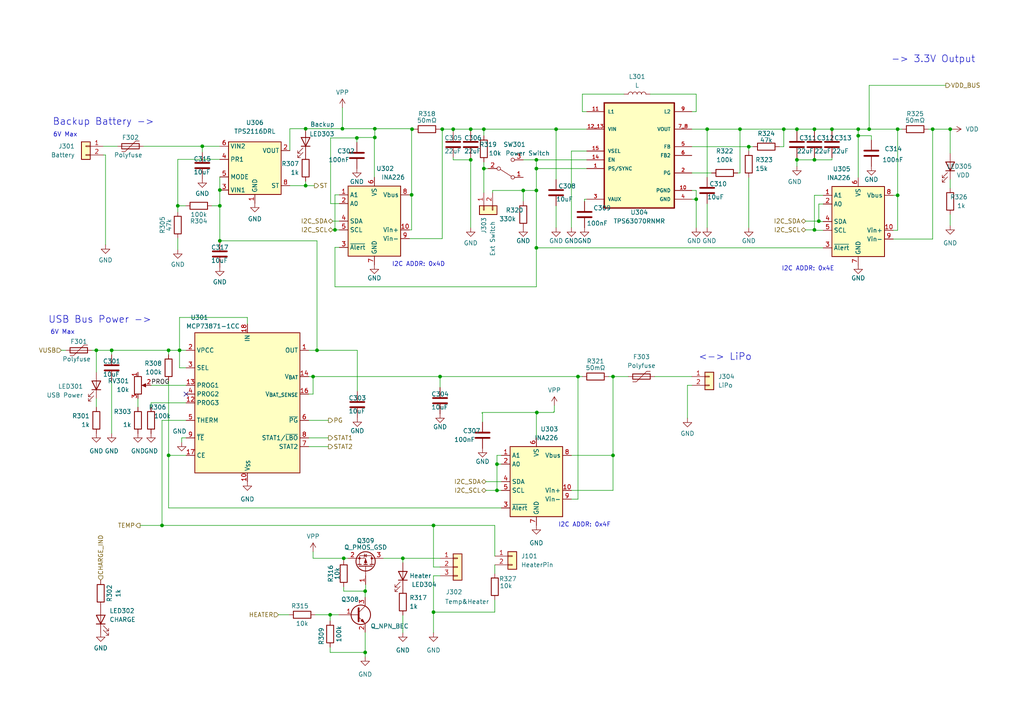
<source format=kicad_sch>
(kicad_sch (version 20231120) (generator "eeschema") (generator_version "8.0")
  (paper "A4")
  (lib_symbols
    (symbol "Battery_Management:MCP73871-1CC"
      (property "Reference" "U" (at -7.62 24.13 0))
      (property "Value" "MCP73871-1CC" (at -15.24 21.59 0))
      (symbol "MCP73871-1CC_1_1"
        (pin power_out line (at 17.78 15.24 180) (length 2.54) (name "OUT") (number "1"))
        (pin power_in line (at 0 -22.86 90) (length 2.54) (name "V_{SS}") (number "10"))
        (pin passive line (at 0 -22.86 90) (length 2.54) hide (name "V_{SS}") (number "11"))
        (pin bidirectional line (at -17.78 0 0) (length 2.54) (name "PROG3") (number "12"))
        (pin bidirectional line (at -17.78 5.08 0) (length 2.54) (name "PROG1") (number "13"))
        (pin power_out line (at 17.78 7.62 180) (length 2.54) (name "V_{BAT}") (number "14"))
        (pin passive line (at 17.78 7.62 180) (length 2.54) hide (name "V_{BAT}") (number "15"))
        (pin input line (at 17.78 2.54 180) (length 2.54) (name "V_{BAT_SENSE}") (number "16"))
        (pin input line (at -17.78 -15.24 0) (length 2.54) (name "CE") (number "17"))
        (pin power_in line (at 0 22.86 270) (length 2.54) (name "IN") (number "18"))
        (pin passive line (at 0 22.86 270) (length 2.54) hide (name "IN") (number "19"))
        (pin input line (at -17.78 15.24 0) (length 2.54) (name "VPCC") (number "2"))
        (pin passive line (at 17.78 15.24 180) (length 2.54) hide (name "OUT") (number "20"))
        (pin passive line (at 0 -22.86 90) (length 2.54) hide (name "V_{SS}") (number "21"))
        (pin input line (at -17.78 10.16 0) (length 2.54) (name "SEL") (number "3"))
        (pin input line (at -17.78 2.54 0) (length 2.54) (name "PROG2") (number "4"))
        (pin bidirectional line (at -17.78 -5.08 0) (length 2.54) (name "THERM") (number "5"))
        (pin open_collector line (at 17.78 -5.08 180) (length 2.54) (name "~{PG}") (number "6"))
        (pin open_collector line (at 17.78 -12.7 180) (length 2.54) (name "STAT2") (number "7"))
        (pin open_collector line (at 17.78 -10.16 180) (length 2.54) (name "STAT1/~{LBO}") (number "8"))
        (pin input line (at -17.78 -10.16 0) (length 2.54) (name "~{TE}") (number "9"))
      )
    )
    (symbol "Connector_Generic:Conn_01x02" (pin_names (offset 1.016) hide)
      (property "Reference" "J" (at 0 2.54 0))
      (property "Value" "Conn_01x02" (at 0 -5.08 0))
      (symbol "Conn_01x02_1_1"
        (pin passive line (at -5.08 0 0) (length 3.81) (name "Pin_1") (number "1"))
        (pin passive line (at -5.08 -2.54 0) (length 3.81) (name "Pin_2") (number "2"))
      )
    )
    (symbol "Connector_Generic:Conn_01x03" (pin_names (offset 1.016) hide)
      (property "Reference" "J" (at 0 5.08 0))
      (property "Value" "Conn_01x03" (at 0 -5.08 0))
      (symbol "Conn_01x03_1_1"
        (pin passive line (at -5.08 2.54 0) (length 3.81) (name "Pin_1") (number "1"))
        (pin passive line (at -5.08 0 0) (length 3.81) (name "Pin_2") (number "2"))
        (pin passive line (at -5.08 -2.54 0) (length 3.81) (name "Pin_3") (number "3"))
      )
    )
    (symbol "Device:C" (pin_numbers hide) (pin_names (offset 0.254))
      (property "Reference" "C" (at 0.635 2.54 0))
      (property "Value" "C" (at 0.635 -2.54 0))
      (symbol "C_1_1"
        (pin passive line (at 0 3.81 270) (length 2.794) (name "~") (number "1"))
        (pin passive line (at 0 -3.81 90) (length 2.794) (name "~") (number "2"))
      )
    )
    (symbol "Device:L" (pin_numbers hide) (pin_names (offset 1.016) hide)
      (property "Reference" "L" (at -1.27 0 90))
      (property "Value" "L" (at 1.905 0 90))
      (symbol "L_1_1"
        (pin passive line (at 0 3.81 270) (length 1.27) (name "1") (number "1"))
        (pin passive line (at 0 -3.81 90) (length 1.27) (name "2") (number "2"))
      )
    )
    (symbol "Device:LED" (pin_numbers hide) (pin_names (offset 1.016) hide)
      (property "Reference" "D" (at 0 2.54 0))
      (property "Value" "LED" (at 0 -2.54 0))
      (symbol "LED_1_1"
        (pin passive line (at -3.81 0 0) (length 2.54) (name "K") (number "1"))
        (pin passive line (at 3.81 0 180) (length 2.54) (name "A") (number "2"))
      )
    )
    (symbol "Device:Polyfuse" (pin_numbers hide) (pin_names (offset 0))
      (property "Reference" "F" (at -2.54 0 90))
      (property "Value" "Polyfuse" (at 2.54 0 90))
      (symbol "Polyfuse_1_1"
        (pin passive line (at 0 3.81 270) (length 1.27) (name "~") (number "1"))
        (pin passive line (at 0 -3.81 90) (length 1.27) (name "~") (number "2"))
      )
    )
    (symbol "Device:Q_NPN_BEC" (pin_names (offset 0) hide)
      (property "Reference" "Q" (at 5.08 1.27 0))
      (property "Value" "Q_NPN_BEC" (at 5.08 -1.27 0))
      (symbol "Q_NPN_BEC_1_1"
        (pin input line (at -5.08 0 0) (length 5.715) (name "B") (number "1"))
        (pin passive line (at 2.54 -5.08 90) (length 2.54) (name "E") (number "2"))
        (pin passive line (at 2.54 5.08 270) (length 2.54) (name "C") (number "3"))
      )
    )
    (symbol "Device:Q_PMOS_GSD" (pin_names (offset 0) hide)
      (property "Reference" "Q" (at 5.08 1.27 0))
      (property "Value" "Q_PMOS_GSD" (at 5.08 -1.27 0))
      (symbol "Q_PMOS_GSD_1_1"
        (pin input line (at -5.08 0 0) (length 2.54) (name "G") (number "1"))
        (pin passive line (at 2.54 -5.08 90) (length 2.54) (name "S") (number "2"))
        (pin passive line (at 2.54 5.08 270) (length 2.54) (name "D") (number "3"))
      )
    )
    (symbol "Device:R" (pin_numbers hide) (pin_names (offset 0))
      (property "Reference" "R" (at 2.032 0 90))
      (property "Value" "R" (at 0 0 90))
      (symbol "R_1_1"
        (pin passive line (at 0 3.81 270) (length 1.27) (name "~") (number "1"))
        (pin passive line (at 0 -3.81 90) (length 1.27) (name "~") (number "2"))
      )
    )
    (symbol "Device:R_Potentiometer" (pin_names (offset 1.016) hide)
      (property "Reference" "RV" (at -4.445 0 90))
      (property "Value" "R_Potentiometer" (at -2.54 0 90))
      (symbol "R_Potentiometer_1_1"
        (pin passive line (at 0 3.81 270) (length 1.27) (name "1") (number "1"))
        (pin passive line (at 3.81 0 180) (length 1.27) (name "2") (number "2"))
        (pin passive line (at 0 -3.81 90) (length 1.27) (name "3") (number "3"))
      )
    )
    (symbol "GND_1" (power) (pin_numbers hide) (pin_names (offset 0) hide)
      (property "Value" "GND" (at 0 -3.81 0))
      (symbol "GND_1_1_1"
        (pin power_in line (at 0 0 270) (length 0) (name "~") (number "1"))
      )
    )
    (symbol "GND_2" (power) (pin_numbers hide) (pin_names (offset 0) hide)
      (property "Value" "GND" (at 0 -3.81 0))
      (symbol "GND_2_1_1"
        (pin power_in line (at 0 0 270) (length 0) (name "~") (number "1"))
      )
    )
    (symbol "Power_Management:TPS2116DRL"
      (property "Reference" "U306" (at 0 13.208 0))
      (property "Value" "TPS2116DRL" (at 0 10.668 0))
      (symbol "TPS2116DRL_1_0"
        (pin power_out line (at 10.16 5.08 180) (length 2.54) hide (name "VOUT") (number "7"))
      )
      (symbol "TPS2116DRL_1_1"
        (pin power_in line (at 0 -10.16 90) (length 2.54) (name "GND") (number "1"))
        (pin power_out line (at 10.16 5.08 180) (length 2.54) (name "VOUT") (number "2"))
        (pin power_in line (at -10.16 -6.35 0) (length 2.54) (name "VIN1") (number "3"))
        (pin input line (at -10.16 2.54 0) (length 2.54) (name "PR1") (number "4"))
        (pin input line (at -10.16 -2.54 0) (length 2.54) (name "MODE") (number "5"))
        (pin power_in line (at -10.16 6.35 0) (length 2.54) (name "VIN2") (number "6"))
        (pin open_collector line (at 10.16 -5.08 180) (length 2.54) (name "ST") (number "8"))
      )
    )
    (symbol "Sensor_Energy:INA226"
      (property "Reference" "U" (at -6.35 11.43 0))
      (property "Value" "INA226" (at 3.81 11.43 0))
      (symbol "INA226_1_1"
        (pin input line (at 10.16 7.62 180) (length 2.54) (name "A1") (number "1"))
        (pin input line (at -10.16 -2.54 0) (length 2.54) (name "Vin+") (number "10"))
        (pin input line (at 10.16 5.08 180) (length 2.54) (name "A0") (number "2"))
        (pin open_collector line (at 10.16 -7.62 180) (length 2.54) (name "~{Alert}") (number "3"))
        (pin bidirectional line (at 10.16 0 180) (length 2.54) (name "SDA") (number "4"))
        (pin input line (at 10.16 -2.54 180) (length 2.54) (name "SCL") (number "5"))
        (pin power_in line (at 0 12.7 270) (length 2.54) (name "VS") (number "6"))
        (pin power_in line (at 0 -12.7 90) (length 2.54) (name "GND") (number "7"))
        (pin input line (at -10.16 7.62 0) (length 2.54) (name "Vbus") (number "8"))
        (pin input line (at -10.16 -5.08 0) (length 2.54) (name "Vin-") (number "9"))
      )
    )
    (symbol "Switch:SW_SPDT" (pin_names (offset 0) hide)
      (property "Reference" "SW" (at 0 4.318 0))
      (property "Value" "SW_SPDT" (at 0 -5.08 0))
      (symbol "SW_SPDT_1_1"
        (pin passive line (at 5.08 2.54 180) (length 2.54) (name "A") (number "1"))
        (pin passive line (at -5.08 0 0) (length 2.54) (name "B") (number "2"))
        (pin passive line (at 5.08 -2.54 180) (length 2.54) (name "C") (number "3"))
      )
    )
    (symbol "WOBCLibrary:TPS63070RNMR" (pin_names (offset 1.016))
      (property "Reference" "U" (at -12.7 29.21 0))
      (property "Value" "TPS63070RNMR" (at -12.7 -19.24 0))
      (symbol "TPS63070RNMR_0_0"
        (pin input line (at -15.24 -3.81 0) (length 5.08) (name "PS/SYNC") (number "1"))
        (pin power_in line (at 15.24 -10.16 180) (length 5.08) (name "PGND") (number "10"))
        (pin bidirectional line (at -15.24 12.7 0) (length 5.08) (name "L1") (number "11"))
        (pin input line (at -15.24 7.62 0) (length 5.08) (name "VIN") (number "12_13"))
        (pin input line (at -15.24 -1.27 0) (length 5.08) (name "EN") (number "14"))
        (pin input line (at -15.24 1.27 0) (length 5.08) (name "VSEL") (number "15"))
        (pin output line (at 15.24 -5.08 180) (length 5.08) (name "PG") (number "2"))
        (pin output line (at -15.24 -12.7 0) (length 5.08) (name "VAUX") (number "3"))
        (pin power_in line (at 15.24 -12.7 180) (length 5.08) (name "GND") (number "4"))
        (pin input line (at 15.24 2.54 180) (length 5.08) (name "FB") (number "5"))
        (pin output line (at 15.24 0 180) (length 5.08) (name "FB2") (number "6"))
        (pin output line (at 15.24 7.62 180) (length 5.08) (name "VOUT") (number "7_8"))
        (pin bidirectional line (at 15.24 12.7 180) (length 5.08) (name "L2") (number "9"))
      )
    )
    (symbol "power:GND" (power) (pin_names (offset 0))
      (property "Value" "GND" (at 0 -3.81 0))
      (symbol "GND_1_1"
        (pin power_in line (at 0 0 270) (length 0) hide (name "GND") (number "1"))
      )
    )
    (symbol "power:VDD" (power) (pin_names (offset 0))
      (property "Value" "VDD" (at 0 3.81 0))
      (symbol "VDD_1_1"
        (pin power_in line (at 0 0 90) (length 0) hide (name "VDD") (number "1"))
      )
    )
    (symbol "power:VPP" (power) (pin_names (offset 0))
      (property "Value" "VPP" (at 0 3.81 0))
      (symbol "VPP_1_1"
        (pin power_in line (at 0 0 90) (length 0) hide (name "VPP") (number "1"))
      )
    )
  )
  (junction (at 108.712 37.338))
  (junction (at 260.35 56.642))
  (junction (at 214.63 37.465))
  (junction (at 63.754 69.85))
  (junction (at 105.918 189.23))
  (junction (at 119.507 37.465))
  (junction (at 248.92 37.465))
  (junction (at 231.14 46.355))
  (junction (at 125.73 177.546))
  (junction (at 125.73 152.4))
  (junction (at 155.575 48.895))
  (junction (at 237.49 64.135))
  (junction (at 227.33 37.465))
  (junction (at 88.646 37.338))
  (junction (at 201.93 57.785))
  (junction (at 217.17 42.545))
  (junction (at 131.445 37.465))
  (junction (at 119.38 56.515))
  (junction (at 236.22 46.355))
  (junction (at 128.27 37.465))
  (junction (at 32.385 101.6))
  (junction (at 236.22 66.675))
  (junction (at 27.94 101.6))
  (junction (at 88.646 53.848))
  (junction (at 161.29 37.465))
  (junction (at 252.095 37.465))
  (junction (at 151.765 55.245))
  (junction (at 144.145 142.24))
  (junction (at 108.712 39.878))
  (junction (at 90.805 109.22))
  (junction (at 99.695 161.925))
  (junction (at 231.14 37.465))
  (junction (at 167.64 109.22))
  (junction (at 51.562 59.69))
  (junction (at 91.948 101.6))
  (junction (at 236.22 37.465))
  (junction (at 127.635 109.22))
  (junction (at 155.575 71.882))
  (junction (at 260.35 37.465))
  (junction (at 97.155 66.675))
  (junction (at 155.702 119.634))
  (junction (at 140.335 37.465))
  (junction (at 95.758 178.308))
  (junction (at 140.335 48.895))
  (junction (at 144.145 134.62))
  (junction (at 270.51 37.465))
  (junction (at 103.505 40.005))
  (junction (at 105.918 171.45))
  (junction (at 116.84 161.925))
  (junction (at 52.07 101.6))
  (junction (at 48.895 132.08))
  (junction (at 177.8 132.08))
  (junction (at 46.99 152.4))
  (junction (at 275.59 37.465))
  (junction (at 63.754 55.118))
  (junction (at 241.3 37.465))
  (junction (at 136.525 37.465))
  (junction (at 205.105 37.465))
  (junction (at 155.575 46.355))
  (junction (at 136.525 46.355))
  (junction (at 63.754 59.69))
  (junction (at 155.575 55.245))
  (junction (at 99.314 37.338))
  (junction (at 48.895 101.6))
  (junction (at 248.92 39.37))
  (junction (at 58.674 42.418))
  (junction (at 177.8 109.22))
  (no_connect (at 53.975 114.3))
  (wire (pts (xy 142.875 55.245) (xy 151.765 55.245)))
  (wire (pts (xy 199.39 111.76) (xy 200.66 111.76)))
  (wire (pts (xy 217.17 42.545) (xy 218.44 42.545)))
  (wire (pts (xy 98.425 71.755) (xy 97.155 71.755)))
  (wire (pts (xy 51.562 59.69) (xy 51.562 61.468)))
  (wire (pts (xy 259.08 56.642) (xy 260.35 56.642)))
  (wire (pts (xy 89.535 127) (xy 95.25 127)))
  (wire (pts (xy 88.646 53.848) (xy 84.074 53.848)))
  (wire (pts (xy 270.51 37.465) (xy 275.59 37.465)))
  (wire (pts (xy 199.39 121.285) (xy 199.39 111.76)))
  (wire (pts (xy 161.29 37.465) (xy 170.18 37.465)))
  (wire (pts (xy 95.758 178.308) (xy 98.298 178.308)))
  (wire (pts (xy 236.22 45.72) (xy 236.22 46.355)))
  (wire (pts (xy 236.22 37.465) (xy 241.3 37.465)))
  (wire (pts (xy 144.145 134.62) (xy 144.145 132.08)))
  (wire (pts (xy 189.865 109.22) (xy 200.66 109.22)))
  (wire (pts (xy 217.17 43.815) (xy 217.17 42.545)))
  (wire (pts (xy 206.375 50.165) (xy 200.66 50.165)))
  (wire (pts (xy 168.91 32.385) (xy 170.18 32.385)))
  (wire (pts (xy 140.335 37.465) (xy 161.29 37.465)))
  (wire (pts (xy 105.918 171.45) (xy 106.045 171.45)))
  (wire (pts (xy 248.92 39.37) (xy 248.92 51.562)))
  (wire (pts (xy 201.93 27.305) (xy 201.93 32.385)))
  (wire (pts (xy 105.918 190.5) (xy 105.918 189.23)))
  (wire (pts (xy 95.885 59.055) (xy 95.885 40.005)))
  (wire (pts (xy 43.815 118.11) (xy 43.815 116.84)))
  (wire (pts (xy 155.575 48.895) (xy 155.575 55.245)))
  (wire (pts (xy 84.074 37.338) (xy 88.646 37.338)))
  (wire (pts (xy 160.655 119.38) (xy 160.655 119.634)))
  (wire (pts (xy 17.78 101.6) (xy 19.05 101.6)))
  (wire (pts (xy 48.895 132.08) (xy 48.895 147.32)))
  (wire (pts (xy 155.702 119.634) (xy 155.702 120.142)))
  (wire (pts (xy 29.972 44.958) (xy 30.607 44.958)))
  (wire (pts (xy 176.53 109.22) (xy 177.8 109.22)))
  (wire (pts (xy 252.73 39.37) (xy 248.92 39.37)))
  (wire (pts (xy 98.425 56.515) (xy 97.155 56.515)))
  (wire (pts (xy 136.525 45.72) (xy 136.525 46.355)))
  (wire (pts (xy 201.93 57.785) (xy 200.66 57.785)))
  (wire (pts (xy 236.22 46.355) (xy 231.14 46.355)))
  (wire (pts (xy 58.674 42.418) (xy 63.754 42.418)))
  (wire (pts (xy 143.51 152.4) (xy 143.51 161.29)))
  (wire (pts (xy 48.895 101.6) (xy 48.895 102.87)))
  (wire (pts (xy 108.712 37.338) (xy 119.507 37.338)))
  (wire (pts (xy 139.827 119.888) (xy 139.827 119.634)))
  (wire (pts (xy 131.445 45.72) (xy 131.445 46.355)))
  (wire (pts (xy 105.918 189.23) (xy 105.918 183.388)))
  (wire (pts (xy 248.92 76.962) (xy 248.92 76.835)))
  (wire (pts (xy 252.095 37.465) (xy 260.35 37.465)))
  (wire (pts (xy 41.656 42.418) (xy 58.674 42.418)))
  (wire (pts (xy 260.35 37.465) (xy 261.62 37.465)))
  (wire (pts (xy 95.758 180.086) (xy 95.758 178.308)))
  (wire (pts (xy 236.22 66.802) (xy 238.76 66.802)))
  (wire (pts (xy 142.875 55.88) (xy 142.875 55.245)))
  (wire (pts (xy 143.51 163.83) (xy 143.51 166.37)))
  (wire (pts (xy 160.782 119.38) (xy 160.782 117.602)))
  (wire (pts (xy 99.314 31.242) (xy 99.314 37.338)))
  (wire (pts (xy 260.35 37.465) (xy 260.35 56.642)))
  (wire (pts (xy 155.575 71.882) (xy 238.76 71.882)))
  (wire (pts (xy 90.805 114.3) (xy 90.805 109.22)))
  (wire (pts (xy 88.646 53.848) (xy 88.646 52.578)))
  (wire (pts (xy 177.8 132.08) (xy 177.8 109.22)))
  (wire (pts (xy 53.975 121.92) (xy 46.99 121.92)))
  (wire (pts (xy 63.754 46.228) (xy 51.562 46.228)))
  (wire (pts (xy 32.385 110.49) (xy 32.385 125.73)))
  (wire (pts (xy 98.425 59.055) (xy 95.885 59.055)))
  (wire (pts (xy 63.754 69.85) (xy 63.754 59.69)))
  (wire (pts (xy 241.3 46.355) (xy 236.22 46.355)))
  (wire (pts (xy 99.314 37.338) (xy 108.712 37.338)))
  (wire (pts (xy 139.827 119.888) (xy 139.954 119.888)))
  (wire (pts (xy 217.17 51.435) (xy 217.17 66.04)))
  (wire (pts (xy 275.59 65.405) (xy 275.59 62.23)))
  (wire (pts (xy 140.97 139.7) (xy 145.415 139.7)))
  (wire (pts (xy 131.445 37.465) (xy 131.445 38.1)))
  (wire (pts (xy 97.155 71.755) (xy 97.155 83.185)))
  (wire (pts (xy 108.712 37.338) (xy 108.712 39.878)))
  (wire (pts (xy 80.772 178.308) (xy 83.82 178.308)))
  (wire (pts (xy 136.525 37.465) (xy 140.335 37.465)))
  (wire (pts (xy 63.754 51.308) (xy 63.754 55.118)))
  (wire (pts (xy 200.66 37.465) (xy 205.105 37.465)))
  (wire (pts (xy 106.045 171.45) (xy 106.045 169.545)))
  (wire (pts (xy 90.805 109.22) (xy 127.635 109.22)))
  (wire (pts (xy 165.735 144.78) (xy 167.64 144.78)))
  (wire (pts (xy 97.155 56.515) (xy 97.155 66.675)))
  (wire (pts (xy 140.335 37.465) (xy 140.335 39.37)))
  (wire (pts (xy 127.635 109.22) (xy 127.635 112.395)))
  (wire (pts (xy 205.105 66.04) (xy 205.105 59.055)))
  (wire (pts (xy 252.73 40.64) (xy 252.73 39.37)))
  (wire (pts (xy 236.22 56.642) (xy 236.22 66.675)))
  (wire (pts (xy 233.68 66.675) (xy 236.22 66.675)))
  (wire (pts (xy 227.33 37.465) (xy 231.14 37.465)))
  (wire (pts (xy 51.562 46.228) (xy 51.562 59.69)))
  (wire (pts (xy 136.525 46.355) (xy 136.525 66.04)))
  (wire (pts (xy 127.635 37.465) (xy 128.27 37.465)))
  (wire (pts (xy 27.94 118.11) (xy 27.94 115.57)))
  (wire (pts (xy 51.562 69.088) (xy 51.562 72.39)))
  (wire (pts (xy 236.22 66.802) (xy 236.22 66.675)))
  (wire (pts (xy 169.545 58.42) (xy 169.545 57.785)))
  (wire (pts (xy 58.674 42.418) (xy 58.674 44.196)))
  (wire (pts (xy 91.44 178.308) (xy 95.758 178.308)))
  (wire (pts (xy 108.712 40.259) (xy 108.585 40.259)))
  (wire (pts (xy 167.64 109.22) (xy 168.91 109.22)))
  (wire (pts (xy 116.84 161.925) (xy 127.635 161.925)))
  (wire (pts (xy 108.585 40.259) (xy 108.585 51.435)))
  (wire (pts (xy 103.505 41.275) (xy 103.505 40.005)))
  (wire (pts (xy 144.145 134.62) (xy 144.145 142.24)))
  (wire (pts (xy 131.445 37.465) (xy 136.525 37.465)))
  (wire (pts (xy 140.97 142.24) (xy 144.145 142.24)))
  (wire (pts (xy 88.646 37.338) (xy 99.314 37.338)))
  (wire (pts (xy 26.67 101.6) (xy 27.94 101.6)))
  (wire (pts (xy 241.3 37.465) (xy 241.3 38.1)))
  (wire (pts (xy 248.92 37.465) (xy 248.92 39.37)))
  (wire (pts (xy 168.91 27.305) (xy 168.91 32.385)))
  (wire (pts (xy 145.415 134.62) (xy 144.145 134.62)))
  (wire (pts (xy 140.335 48.895) (xy 140.335 55.88)))
  (wire (pts (xy 275.59 37.465) (xy 276.225 37.465)))
  (wire (pts (xy 91.948 101.6) (xy 103.632 101.6)))
  (wire (pts (xy 155.575 46.355) (xy 170.18 46.355)))
  (wire (pts (xy 99.695 170.18) (xy 99.695 171.45)))
  (wire (pts (xy 201.93 32.385) (xy 200.66 32.385)))
  (wire (pts (xy 96.52 64.135) (xy 98.425 64.135)))
  (wire (pts (xy 241.3 45.72) (xy 241.3 46.355)))
  (wire (pts (xy 248.92 37.465) (xy 252.095 37.465)))
  (wire (pts (xy 167.64 109.22) (xy 167.64 144.78)))
  (wire (pts (xy 136.525 37.465) (xy 136.525 38.1)))
  (wire (pts (xy 71.755 92.075) (xy 71.755 93.98)))
  (wire (pts (xy 51.562 59.69) (xy 53.848 59.69)))
  (wire (pts (xy 274.32 24.765) (xy 252.095 24.765)))
  (wire (pts (xy 46.99 152.4) (xy 125.73 152.4)))
  (wire (pts (xy 52.07 101.6) (xy 53.975 101.6)))
  (wire (pts (xy 32.385 101.6) (xy 32.385 102.87)))
  (wire (pts (xy 214.63 37.465) (xy 227.33 37.465)))
  (wire (pts (xy 84.074 43.688) (xy 84.074 37.338)))
  (wire (pts (xy 170.18 43.815) (xy 165.735 43.815)))
  (wire (pts (xy 116.84 183.515) (xy 116.84 178.435)))
  (wire (pts (xy 52.07 106.68) (xy 52.07 101.6)))
  (wire (pts (xy 259.08 66.802) (xy 260.35 66.802)))
  (wire (pts (xy 165.735 132.08) (xy 177.8 132.08)))
  (wire (pts (xy 52.705 128.27) (xy 52.705 127)))
  (wire (pts (xy 95.25 129.54) (xy 89.535 129.54)))
  (wire (pts (xy 231.14 46.355) (xy 231.14 45.72)))
  (wire (pts (xy 237.49 59.182) (xy 237.49 64.135)))
  (wire (pts (xy 155.575 120.142) (xy 155.575 127)))
  (wire (pts (xy 108.712 39.878) (xy 108.712 40.259)))
  (wire (pts (xy 127.635 164.465) (xy 125.73 164.465)))
  (wire (pts (xy 177.8 109.22) (xy 182.245 109.22)))
  (wire (pts (xy 103.505 39.878) (xy 103.505 40.005)))
  (wire (pts (xy 260.35 66.802) (xy 260.35 56.642)))
  (wire (pts (xy 91.186 53.848) (xy 88.646 53.848)))
  (wire (pts (xy 95.885 40.005) (xy 103.505 40.005)))
  (wire (pts (xy 95.758 189.23) (xy 105.918 189.23)))
  (wire (pts (xy 118.745 56.515) (xy 119.38 56.515)))
  (wire (pts (xy 140.335 46.99) (xy 140.335 48.895)))
  (wire (pts (xy 213.995 50.165) (xy 214.63 50.165)))
  (wire (pts (xy 201.93 57.785) (xy 201.93 66.04)))
  (wire (pts (xy 90.805 160.02) (xy 90.805 161.925)))
  (wire (pts (xy 200.66 42.545) (xy 217.17 42.545)))
  (wire (pts (xy 119.38 37.465) (xy 119.38 56.515)))
  (wire (pts (xy 125.73 167.005) (xy 127.635 167.005)))
  (wire (pts (xy 226.06 42.545) (xy 227.33 42.545)))
  (wire (pts (xy 139.827 119.634) (xy 155.702 119.634)))
  (wire (pts (xy 151.765 46.355) (xy 155.575 46.355)))
  (wire (pts (xy 160.655 119.38) (xy 160.782 119.38)))
  (wire (pts (xy 125.73 177.546) (xy 143.51 177.546)))
  (wire (pts (xy 128.27 37.465) (xy 131.445 37.465)))
  (wire (pts (xy 237.49 64.262) (xy 238.76 64.262)))
  (wire (pts (xy 238.76 59.182) (xy 237.49 59.182)))
  (wire (pts (xy 105.918 171.45) (xy 105.918 173.228)))
  (wire (pts (xy 89.535 114.3) (xy 90.805 114.3)))
  (wire (pts (xy 170.18 48.895) (xy 155.575 48.895)))
  (wire (pts (xy 91.948 69.85) (xy 91.948 101.6)))
  (wire (pts (xy 53.975 106.68) (xy 52.07 106.68)))
  (wire (pts (xy 205.105 37.465) (xy 214.63 37.465)))
  (wire (pts (xy 63.754 59.69) (xy 63.754 55.118)))
  (wire (pts (xy 30.607 44.958) (xy 30.607 70.993)))
  (wire (pts (xy 144.145 142.24) (xy 145.415 142.24)))
  (wire (pts (xy 95.758 187.706) (xy 95.758 189.23)))
  (wire (pts (xy 237.49 64.262) (xy 237.49 64.135)))
  (wire (pts (xy 99.695 161.925) (xy 100.965 161.925)))
  (wire (pts (xy 205.105 37.465) (xy 205.105 51.435)))
  (wire (pts (xy 201.93 55.245) (xy 201.93 57.785)))
  (wire (pts (xy 161.29 52.07) (xy 161.29 37.465)))
  (wire (pts (xy 155.575 55.245) (xy 155.575 71.882)))
  (wire (pts (xy 99.695 171.45) (xy 105.918 171.45)))
  (wire (pts (xy 97.155 83.185) (xy 155.575 83.185)))
  (wire (pts (xy 90.805 161.925) (xy 99.695 161.925)))
  (wire (pts (xy 155.575 46.355) (xy 155.575 48.895)))
  (wire (pts (xy 103.632 101.6) (xy 103.632 113.538)))
  (wire (pts (xy 227.33 42.545) (xy 227.33 37.465)))
  (wire (pts (xy 214.63 50.165) (xy 214.63 37.465)))
  (wire (pts (xy 46.99 121.92) (xy 46.99 152.4)))
  (wire (pts (xy 61.468 59.69) (xy 63.754 59.69)))
  (wire (pts (xy 118.745 69.215) (xy 128.27 69.215)))
  (wire (pts (xy 161.29 59.69) (xy 161.29 66.04)))
  (wire (pts (xy 269.24 37.465) (xy 270.51 37.465)))
  (wire (pts (xy 155.575 83.185) (xy 155.575 71.882)))
  (wire (pts (xy 236.22 56.642) (xy 238.76 56.642)))
  (wire (pts (xy 144.145 132.08) (xy 145.415 132.08)))
  (wire (pts (xy 125.73 164.465) (xy 125.73 152.4)))
  (wire (pts (xy 165.735 43.815) (xy 165.735 66.04)))
  (wire (pts (xy 118.745 66.675) (xy 119.38 66.675)))
  (wire (pts (xy 270.51 69.342) (xy 270.51 37.465)))
  (wire (pts (xy 165.735 142.24) (xy 177.8 142.24)))
  (wire (pts (xy 43.815 111.76) (xy 53.975 111.76)))
  (wire (pts (xy 52.07 92.075) (xy 52.07 101.6)))
  (wire (pts (xy 259.08 69.342) (xy 270.51 69.342)))
  (wire (pts (xy 43.815 116.84) (xy 53.975 116.84)))
  (wire (pts (xy 169.545 57.785) (xy 170.18 57.785)))
  (wire (pts (xy 151.765 55.245) (xy 151.765 58.42)))
  (wire (pts (xy 200.66 55.245) (xy 201.93 55.245)))
  (wire (pts (xy 131.445 46.355) (xy 136.525 46.355)))
  (wire (pts (xy 143.51 177.546) (xy 143.51 173.99)))
  (wire (pts (xy 89.535 121.92) (xy 95.25 121.92)))
  (wire (pts (xy 127.635 109.22) (xy 167.64 109.22)))
  (wire (pts (xy 119.507 37.338) (xy 119.507 37.465)))
  (wire (pts (xy 241.3 37.465) (xy 248.92 37.465)))
  (wire (pts (xy 103.505 39.878) (xy 108.712 39.878)))
  (wire (pts (xy 29.972 42.418) (xy 34.036 42.418)))
  (wire (pts (xy 32.385 101.6) (xy 48.895 101.6)))
  (wire (pts (xy 111.125 161.925) (xy 116.84 161.925)))
  (wire (pts (xy 48.895 110.49) (xy 48.895 132.08)))
  (wire (pts (xy 233.68 64.135) (xy 237.49 64.135)))
  (wire (pts (xy 40.64 152.4) (xy 46.99 152.4)))
  (wire (pts (xy 160.655 119.634) (xy 155.702 119.634)))
  (wire (pts (xy 99.695 161.925) (xy 99.695 162.56)))
  (wire (pts (xy 71.755 92.075) (xy 52.07 92.075)))
  (wire (pts (xy 89.535 101.6) (xy 91.948 101.6)))
  (wire (pts (xy 151.765 55.245) (xy 155.575 55.245)))
  (wire (pts (xy 96.52 66.675) (xy 97.155 66.675)))
  (wire (pts (xy 116.84 163.195) (xy 116.84 161.925)))
  (wire (pts (xy 125.73 152.4) (xy 143.51 152.4)))
  (wire (pts (xy 231.14 37.465) (xy 231.14 38.1)))
  (wire (pts (xy 48.895 147.32) (xy 145.415 147.32)))
  (wire (pts (xy 27.94 101.6) (xy 32.385 101.6)))
  (wire (pts (xy 97.155 66.675) (xy 98.425 66.675)))
  (wire (pts (xy 139.954 119.888) (xy 139.954 122.428)))
  (wire (pts (xy 40.005 118.11) (xy 40.005 115.57)))
  (wire (pts (xy 275.59 54.61) (xy 275.59 52.07)))
  (wire (pts (xy 275.59 37.465) (xy 275.59 44.45)))
  (wire (pts (xy 180.975 27.305) (xy 168.91 27.305)))
  (wire (pts (xy 119.38 37.465) (xy 119.507 37.465)))
  (wire (pts (xy 125.73 177.546) (xy 125.73 167.005)))
  (wire (pts (xy 119.507 37.465) (xy 120.015 37.465)))
  (wire (pts (xy 252.095 24.765) (xy 252.095 37.465)))
  (wire (pts (xy 89.535 109.22) (xy 90.805 109.22)))
  (wire (pts (xy 125.73 183.515) (xy 125.73 177.546)))
  (wire (pts (xy 63.754 69.85) (xy 91.948 69.85)))
  (wire (pts (xy 128.27 69.215) (xy 128.27 37.465)))
  (wire (pts (xy 231.14 46.355) (xy 231.14 48.26)))
  (wire (pts (xy 27.94 101.6) (xy 27.94 107.95)))
  (wire (pts (xy 140.335 48.895) (xy 141.605 48.895)))
  (wire (pts (xy 236.22 37.465) (xy 236.22 38.1)))
  (wire (pts (xy 119.38 56.515) (xy 119.38 66.675)))
  (wire (pts (xy 155.702 120.142) (xy 155.575 120.142)))
  (wire (pts (xy 188.595 27.305) (xy 201.93 27.305)))
  (wire (pts (xy 53.975 132.08) (xy 48.895 132.08)))
  (wire (pts (xy 231.14 37.465) (xy 236.22 37.465)))
  (wire (pts (xy 177.8 142.24) (xy 177.8 132.08)))
  (wire (pts (xy 52.705 127) (xy 53.975 127)))
  (wire (pts (xy 48.895 101.6) (xy 52.07 101.6)))
  (text "6V Max" (at 14.605 97.155 0) (effects (font (size 1.27 1.27)) (justify left bottom)))
  (text "USB Bus Power ->" (at 13.97 93.98 0) (effects (font (size 2 2)) (justify left bottom)))
  (text "<-> LiPo" (at 202.565 104.775 0) (effects (font (size 2 2)) (justify left bottom)))
  (text "I2C ADDR: 0x4D" (at 113.665 77.47 0) (effects (font (size 1.27 1.27)) (justify left bottom)))
  (text "I2C ADDR: 0x4F" (at 161.925 153.035 0) (effects (font (size 1.27 1.27)) (justify left bottom)))
  (text "-> 3.3V Output" (at 258.445 18.415 0) (effects (font (size 2 2)) (justify left bottom)))
  (text "6V Max" (at 15.367 39.878 0) (effects (font (size 1.27 1.27)) (justify left bottom)))
  (text "I2C ADDR: 0x4E" (at 226.695 78.74 0) (effects (font (size 1.27 1.27)) (justify left bottom)))
  (text "Backup Battery ->" (at 15.24 36.576 0) (effects (font (size 2 2)) (justify left bottom)))
  (label "PROG" (at 43.815 111.76 0))
  (hierarchical_label "STAT1" (shape output) (at 95.25 127 0))
  (hierarchical_label "I2C_SCL" (shape bidirectional) (at 233.68 66.675 180))
  (hierarchical_label "STAT2" (shape output) (at 95.25 129.54 0))
  (hierarchical_label "HEATER" (shape input) (at 80.772 178.308 180))
  (hierarchical_label "TEMP" (shape output) (at 40.64 152.4 180))
  (hierarchical_label "I2C_SCL" (shape bidirectional) (at 140.97 142.24 180))
  (hierarchical_label "PG" (shape output) (at 95.25 121.92 0))
  (hierarchical_label "VDD_BUS" (shape output) (at 274.32 24.765 0))
  (hierarchical_label "ST" (shape output) (at 91.186 53.848 0))
  (hierarchical_label "CHARGE_IND" (shape input) (at 29.21 168.275 90))
  (hierarchical_label "I2C_SDA" (shape bidirectional) (at 140.97 139.7 180))
  (hierarchical_label "VUSB" (shape input) (at 17.78 101.6 180))
  (hierarchical_label "I2C_SDA" (shape bidirectional) (at 96.52 64.135 180))
  (hierarchical_label "I2C_SDA" (shape bidirectional) (at 233.68 64.135 180))
  (hierarchical_label "I2C_SCL" (shape bidirectional) (at 96.52 66.675 180))
  (symbol (lib_id "Device:C") (at 58.674 48.006 0) (unit 1)
    (property "Reference" "C315" (at 56.134 46.101 0) (effects (justify left)))
    (property "Value" "10uF" (at 56.134 49.911 0) (effects (justify left)))
    (property "Footprint" "Capacitor_SMD:C_0603_1608Metric" (effects (hide yes)))
    (property "LCSC" "C96446" (effects (hide yes)))
  )
  (symbol (lib_id "power:GND") (at 71.755 139.7 0) (unit 1)
    (property "Reference" "#PWR0314" (effects (hide yes)))
    (property "Value" "GND" (at 71.755 144.78 0))
  )
  (symbol (lib_id "power:GND") (at 252.73 48.26 0) (unit 1)
    (property "Reference" "#PWR0337" (effects (hide yes)))
    (property "Value" "GND" (at 252.73 52.07 0))
  )
  (symbol (lib_id "power:GND") (at 103.632 121.158 0) (unit 1)
    (property "Reference" "#PWR0321" (effects (hide yes)))
    (property "Value" "GND" (at 103.632 124.968 0))
  )
  (symbol (lib_id "Device:C") (at 32.385 106.68 0) (unit 1)
    (property "Reference" "C301" (at 29.845 104.775 0) (effects (justify left)))
    (property "Value" "10uF" (at 29.845 108.585 0) (effects (justify left)))
    (property "Footprint" "Capacitor_SMD:C_0603_1608Metric" (effects (hide yes)))
    (property "LCSC" "C96446" (effects (hide yes)))
  )
  (symbol (lib_id "Device:C") (at 236.22 41.91 0) (unit 1)
    (property "Reference" "C312" (at 236.855 40.005 0) (effects (justify left)))
    (property "Value" "22uF" (at 236.22 43.815 0) (effects (justify left)))
    (property "Footprint" "Capacitor_SMD:C_0805_2012Metric" (effects (hide yes)))
    (property "LCSC" "C45783" (effects (hide yes)))
  )
  (symbol (lib_id "Device:LED") (at 275.59 48.26 270) (mirror x) (unit 1)
    (property "Reference" "LED305" (at 281.94 48.26 90) (effects (justify right)))
    (property "Value" "VDD" (at 281.305 50.8 90) (effects (justify right)))
    (property "Footprint" "LED_SMD:LED_0805_2012Metric" (effects (hide yes)))
    (property "LCSC" "C2297" (effects (hide yes)))
  )
  (symbol (lib_id "Device:C") (at 136.525 41.91 0) (unit 1)
    (property "Reference" "C306" (at 134.62 40.005 0) (effects (justify left)))
    (property "Value" "22uF" (at 134.62 43.815 0) (effects (justify left)))
    (property "Footprint" "Capacitor_SMD:C_0805_2012Metric" (effects (hide yes)))
    (property "LCSC" "C45783" (effects (hide yes)))
  )
  (symbol (lib_id "Sensor_Energy:INA226") (at 108.585 64.135 0) (mirror y) (unit 1)
    (property "Reference" "U302" (at 114.3 48.895 0) (effects (justify left)))
    (property "Value" "INA226" (at 117.475 51.435 0) (effects (justify left)))
    (property "Footprint" "Package_SO:VSSOP-10_3x3mm_P0.5mm" (effects (hide yes)))
    (property "Datasheet" "http://www.ti.com/lit/ds/symlink/ina226.pdf" (effects (hide yes)))
    (property "LCSC" "C49851" (effects (hide yes)))
  )
  (symbol (lib_name "GND_1") (lib_id "power:GND") (at 63.754 77.47 0) (unit 1)
    (property "Reference" "#PWR0311" (effects (hide yes)))
    (property "Value" "GND" (at 63.754 81.788 0))
    (property "Description" "Power symbol creates a global label with name \"GND\" , ground" (effects (hide yes)))
  )
  (symbol (lib_id "Device:R") (at 27.94 121.92 0) (mirror y) (unit 1)
    (property "Reference" "R301" (at 26.035 120.65 0) (effects (justify left)))
    (property "Value" "1k" (at 26.035 123.19 0) (effects (justify left)))
    (property "Footprint" "Resistor_SMD:R_0402_1005Metric" (effects (hide yes)))
    (property "LCSC" "C11702" (effects (hide yes)))
  )
  (symbol (lib_id "power:GND") (at 30.607 70.993 0) (unit 1)
    (property "Reference" "#PWR0302" (effects (hide yes)))
    (property "Value" "GND" (at 30.607 75.438 0))
  )
  (symbol (lib_id "Device:C") (at 231.14 41.91 0) (unit 1)
    (property "Reference" "C311" (at 231.775 40.005 0) (effects (justify left)))
    (property "Value" "22uF" (at 231.14 43.815 0) (effects (justify left)))
    (property "Footprint" "Capacitor_SMD:C_0805_2012Metric" (effects (hide yes)))
    (property "LCSC" "C45783" (effects (hide yes)))
  )
  (symbol (lib_id "Device:LED") (at 116.84 167.005 270) (mirror x) (unit 1)
    (property "Reference" "LED304" (at 119.38 169.545 90) (effects (justify left)))
    (property "Value" "Heater" (at 118.745 167.005 90) (effects (justify left)))
    (property "Footprint" "LED_SMD:LED_0805_2012Metric" (effects (hide yes)))
    (property "LCSC" "C2296" (effects (hide yes)))
  )
  (symbol (lib_id "Device:L") (at 184.785 27.305 90) (unit 1)
    (property "Reference" "L301" (at 184.785 22.225 90))
    (property "Value" "L" (at 184.785 24.765 90))
    (property "Footprint" "Inductor_SMD:L_Wuerth_WE-TPC-3816" (effects (hide yes)))
    (property "LCSC" "C3033018" (effects (hide yes)))
  )
  (symbol (lib_id "Connector_Generic:Conn_01x02") (at 205.74 109.22 0) (unit 1)
    (property "Reference" "J304" (at 208.28 109.22 0) (effects (justify left)))
    (property "Value" "LiPo" (at 208.28 111.76 0) (effects (justify left)))
    (property "Footprint" "Connector_JST:JST_PH_B2B-PH-K_1x02_P2.00mm_Vertical" (effects (hide yes)))
  )
  (symbol (lib_id "Device:R") (at 87.63 178.308 270) (unit 1)
    (property "Reference" "R315" (at 86.995 175.768 90))
    (property "Value" "10k" (at 87.63 180.848 90))
    (property "Footprint" "Resistor_SMD:R_0402_1005Metric" (effects (hide yes)))
    (property "LCSC" "C25744" (effects (hide yes)))
  )
  (symbol (lib_id "power:GND") (at 201.93 66.04 0) (unit 1)
    (property "Reference" "#PWR0332" (effects (hide yes)))
    (property "Value" "GND" (at 201.295 69.85 0))
  )
  (symbol (lib_id "power:GND") (at 155.575 152.4 0) (unit 1)
    (property "Reference" "#PWR0327" (effects (hide yes)))
    (property "Value" "GND" (at 155.575 157.48 0))
  )
  (symbol (lib_id "power:GND") (at 199.39 121.285 0) (unit 1)
    (property "Reference" "#PWR0331" (effects (hide yes)))
    (property "Value" "GND" (at 199.39 125.73 0))
  )
  (symbol (lib_id "Power_Management:TPS2116DRL") (at 73.914 48.768 0) (unit 1)
    (property "Reference" "U306" (at 73.914 35.56 0))
    (property "Value" "TPS2116DRL" (at 73.914 38.1 0))
    (property "Footprint" "Package_TO_SOT_SMD:SOT-583-8" (effects (hide yes)))
    (property "Datasheet" "https://www.ti.com/lit/ds/symlink/tps2116.pdf" (effects (hide yes)))
    (property "Description" "2 Channnels Power Mux with Manual and Priority Switchover, 1.6-5.5V Input Voltage, 2.5A Output Current, Ron 40 mOhm, SOT-583-8" (effects (hide yes)))
    (property "LCSC" "C3235557" (effects (hide yes)))
  )
  (symbol (lib_id "Device:C") (at 205.105 55.245 0) (unit 1)
    (property "Reference" "C310" (at 205.74 53.34 0) (effects (justify left)))
    (property "Value" "10uF" (at 205.105 57.15 0) (effects (justify left)))
    (property "Footprint" "Capacitor_SMD:C_0603_1608Metric" (effects (hide yes)))
    (property "LCSC" "C96446" (effects (hide yes)))
  )
  (symbol (lib_id "Device:C") (at 241.3 41.91 0) (unit 1)
    (property "Reference" "C313" (at 241.935 40.005 0) (effects (justify left)))
    (property "Value" "22uF" (at 241.3 43.815 0) (effects (justify left)))
    (property "Footprint" "Capacitor_SMD:C_0805_2012Metric" (effects (hide yes)))
    (property "LCSC" "C45783" (effects (hide yes)))
  )
  (symbol (lib_id "Device:R") (at 222.25 42.545 90) (unit 1)
    (property "Reference" "R324" (at 222.25 38.735 90))
    (property "Value" "47k" (at 222.25 40.64 90))
    (property "Footprint" "Resistor_SMD:R_0402_1005Metric" (effects (hide yes)))
    (property "LCSC" "C25792" (effects (hide yes)))
  )
  (symbol (lib_id "Device:Q_PMOS_GSD") (at 106.045 164.465 270) (mirror x) (unit 1)
    (property "Reference" "Q309" (at 106.045 156.845 90))
    (property "Value" "Q_PMOS_GSD" (at 106.045 158.75 90))
    (property "Footprint" "Package_TO_SOT_SMD:SOT-23" (effects (hide yes)))
    (property "LCSC" "C15127" (effects (hide yes)))
  )
  (symbol (lib_id "Device:C") (at 169.545 62.23 0) (unit 1)
    (property "Reference" "C309" (at 172.085 60.325 0) (effects (justify left)))
    (property "Value" "100nF" (at 170.18 64.77 0) (effects (justify left)))
    (property "Footprint" "Capacitor_SMD:C_0402_1005Metric" (effects (hide yes)))
    (property "LCSC" "C1525" (effects (hide yes)))
  )
  (symbol (lib_id "power:GND") (at 275.59 65.405 0) (unit 1)
    (property "Reference" "#PWR0338" (effects (hide yes)))
    (property "Value" "GND" (at 275.59 70.485 0))
  )
  (symbol (lib_id "power:GND") (at 231.14 48.26 0) (unit 1)
    (property "Reference" "#PWR0335" (effects (hide yes)))
    (property "Value" "GND" (at 230.505 52.705 0))
  )
  (symbol (lib_id "Device:R") (at 172.72 109.22 90) (unit 1)
    (property "Reference" "R321" (at 172.72 104.775 90))
    (property "Value" "50mΩ" (at 172.72 106.68 90))
    (property "Footprint" "Resistor_SMD:R_0805_2012Metric" (effects (hide yes)))
    (property "LCSC" "C247602" (effects (hide yes)))
  )
  (symbol (lib_id "Device:C") (at 103.632 117.348 0) (unit 1)
    (property "Reference" "C303" (at 101.092 115.443 0) (effects (justify left)))
    (property "Value" "10uF" (at 101.092 119.253 0) (effects (justify left)))
    (property "Footprint" "Capacitor_SMD:C_0603_1608Metric" (effects (hide yes)))
    (property "LCSC" "C96446" (effects (hide yes)))
  )
  (symbol (lib_id "Device:R_Potentiometer") (at 40.005 111.76 0) (unit 1)
    (property "Reference" "RV301" (at 37.465 110.49 0) (effects (justify right)))
    (property "Value" "10k" (at 37.465 113.03 0) (effects (justify right)))
    (property "Footprint" "Potentiometer_SMD:Potentiometer_Bourns_TC33X_Vertical" (effects (hide yes)))
    (property "LCSC" "C719176" (effects (hide yes)))
  )
  (symbol (lib_name "GND_2") (lib_id "power:GND") (at 73.914 58.928 0) (unit 1)
    (property "Reference" "#PWR0309" (effects (hide yes)))
    (property "Value" "GND" (at 73.914 63.5 0))
    (property "Description" "Power symbol creates a global label with name \"GND\" , ground" (effects (hide yes)))
  )
  (symbol (lib_id "Device:Q_NPN_BEC") (at 103.378 178.308 0) (unit 1)
    (property "Reference" "Q308" (at 98.933 173.863 0) (effects (justify left)))
    (property "Value" "Q_NPN_BEC" (at 107.442 181.61 0) (effects (justify left)))
    (property "Footprint" "Package_TO_SOT_SMD:SOT-23" (effects (hide yes)))
    (property "LCSC" "C20526" (effects (hide yes)))
  )
  (symbol (lib_id "power:VPP") (at 90.805 160.02 0) (unit 1)
    (property "Reference" "#PWR0316" (effects (hide yes)))
    (property "Value" "VPP" (at 90.805 155.575 0))
  )
  (symbol (lib_id "power:GND") (at 108.585 76.835 0) (unit 1)
    (property "Reference" "#PWR0319" (effects (hide yes)))
    (property "Value" "GND" (at 108.585 80.645 0))
  )
  (symbol (lib_name "GND_1") (lib_id "power:GND") (at 51.562 72.39 0) (unit 1)
    (property "Reference" "#PWR0307" (effects (hide yes)))
    (property "Value" "GND" (at 51.562 76.708 0))
    (property "Description" "Power symbol creates a global label with name \"GND\" , ground" (effects (hide yes)))
  )
  (symbol (lib_id "power:GND") (at 40.005 125.73 0) (unit 1)
    (property "Reference" "#PWR0306" (effects (hide yes)))
    (property "Value" "GND" (at 40.005 130.81 0))
  )
  (symbol (lib_id "Device:R") (at 40.005 121.92 0) (mirror y) (unit 1)
    (property "Reference" "R303" (at 38.1 119.38 0) (effects (justify left)))
    (property "Value" "1k" (at 38.1 123.19 0) (effects (justify left)))
    (property "Footprint" "Resistor_SMD:R_0402_1005Metric" (effects (hide yes)))
    (property "LCSC" "C11702" (effects (hide yes)))
  )
  (symbol (lib_id "power:GND") (at 103.505 48.895 0) (unit 1)
    (property "Reference" "#PWR0317" (effects (hide yes)))
    (property "Value" "GND" (at 103.505 52.705 0))
  )
  (symbol (lib_id "Device:C") (at 63.754 73.66 0) (unit 1)
    (property "Reference" "C317" (at 61.214 71.755 0) (effects (justify left)))
    (property "Value" "10uF" (at 61.214 75.565 0) (effects (justify left)))
    (property "Footprint" "Capacitor_SMD:C_0603_1608Metric" (effects (hide yes)))
    (property "LCSC" "C96446" (effects (hide yes)))
  )
  (symbol (lib_id "Device:R") (at 29.21 172.085 180) (unit 1)
    (property "Reference" "R302" (at 31.75 172.085 90))
    (property "Value" "1k" (at 34.29 172.085 90))
    (property "Footprint" "Resistor_SMD:R_0402_1005Metric" (effects (hide yes)))
    (property "LCSC" "C11702" (effects (hide yes)))
  )
  (symbol (lib_id "power:GND") (at 136.525 66.04 0) (unit 1)
    (property "Reference" "#PWR0324" (effects (hide yes)))
    (property "Value" "GND" (at 136.525 70.485 0))
  )
  (symbol (lib_id "power:GND") (at 125.73 183.515 0) (unit 1)
    (property "Reference" "#PWR0322" (effects (hide yes)))
    (property "Value" "GND" (at 125.73 188.595 0))
  )
  (symbol (lib_id "Device:R") (at 151.765 62.23 0) (unit 1)
    (property "Reference" "R320" (at 146.685 60.96 0) (effects (justify left)))
    (property "Value" "330k" (at 144.78 63.5 0) (effects (justify left)))
    (property "Footprint" "Resistor_SMD:R_0402_1005Metric" (effects (hide yes)))
    (property "LCSC" "C23137" (effects (hide yes)))
  )
  (symbol (lib_id "Device:R") (at 143.51 170.18 0) (mirror y) (unit 1)
    (property "Reference" "R327" (at 149.86 167.894 0) (effects (justify left)))
    (property "Value" "10k" (at 148.59 169.926 0) (effects (justify left)))
    (property "Footprint" "Resistor_SMD:R_0402_1005Metric" (effects (hide yes)))
    (property "LCSC" "C25744" (effects (hide yes)))
  )
  (symbol (lib_id "Connector_Generic:Conn_01x02") (at 148.59 161.29 0) (unit 1)
    (property "Reference" "J101" (at 151.13 161.29 0) (effects (justify left)))
    (property "Value" "HeaterPin" (at 151.13 163.83 0) (effects (justify left)))
    (property "Footprint" "Connector_PinHeader_1.27mm:PinHeader_1x02_P1.27mm_Vertical" (effects (hide yes)))
  )
  (symbol (lib_name "GND_1") (lib_id "power:GND") (at 58.674 51.816 0) (unit 1)
    (property "Reference" "#PWR0312" (effects (hide yes)))
    (property "Value" "GND" (at 58.674 56.134 0))
    (property "Description" "Power symbol creates a global label with name \"GND\" , ground" (effects (hide yes)))
  )
  (symbol (lib_id "power:GND") (at 29.21 183.515 0) (unit 1)
    (property "Reference" "#PWR0304" (effects (hide yes)))
    (property "Value" "GND" (at 29.21 187.96 0))
  )
  (symbol (lib_id "Device:Polyfuse") (at 37.846 42.418 90) (unit 1)
    (property "Reference" "F302" (at 37.846 39.878 90))
    (property "Value" "Polyfuse" (at 37.211 44.958 90))
    (property "Footprint" "Fuse:Fuse_1206_3216Metric" (effects (hide yes)))
    (property "Description" "Resettable fuse, polymeric positive temperature coefficient" (effects (hide yes)))
    (property "LCSC" " C883133" (effects (hide yes)))
  )
  (symbol (lib_id "power:GND") (at 151.765 66.04 0) (unit 1)
    (property "Reference" "#PWR0326" (effects (hide yes)))
    (property "Value" "GND" (at 151.765 69.85 0))
  )
  (symbol (lib_id "power:GND") (at 161.29 66.04 0) (unit 1)
    (property "Reference" "#PWR0328" (effects (hide yes)))
    (property "Value" "GND" (at 161.29 69.85 0))
  )
  (symbol (lib_id "Device:R") (at 57.658 59.69 270) (unit 1)
    (property "Reference" "R304" (at 57.658 64.135 90))
    (property "Value" "100k" (at 57.658 62.23 90))
    (property "Footprint" "Resistor_SMD:R_0402_1005Metric" (effects (hide yes)))
    (property "LCSC" "C25741" (effects (hide yes)))
  )
  (symbol (lib_id "Device:R") (at 275.59 58.42 0) (mirror y) (unit 1)
    (property "Reference" "R326" (at 280.67 57.15 0) (effects (justify left)))
    (property "Value" "1k" (at 280.035 59.69 0) (effects (justify left)))
    (property "Footprint" "Resistor_SMD:R_0402_1005Metric" (effects (hide yes)))
    (property "LCSC" "C11702" (effects (hide yes)))
  )
  (symbol (lib_id "Device:R") (at 265.43 37.465 90) (unit 1)
    (property "Reference" "R325" (at 265.43 33.02 90))
    (property "Value" "50mΩ" (at 265.43 34.925 90))
    (property "Footprint" "Resistor_SMD:R_0805_2012Metric" (effects (hide yes)))
    (property "LCSC" "C247602" (effects (hide yes)))
  )
  (symbol (lib_id "power:VDD") (at 276.225 37.465 270) (unit 1)
    (property "Reference" "#PWR0339" (effects (hide yes)))
    (property "Value" "VDD" (at 280.035 37.465 90) (effects (justify left)))
  )
  (symbol (lib_id "Device:R") (at 123.825 37.465 90) (unit 1)
    (property "Reference" "R318" (at 123.825 33.02 90))
    (property "Value" "50mΩ" (at 123.825 34.925 90))
    (property "Footprint" "Resistor_SMD:R_0805_2012Metric" (effects (hide yes)))
    (property "LCSC" "C247602" (effects (hide yes)))
  )
  (symbol (lib_id "Device:R") (at 210.185 50.165 270) (unit 1)
    (property "Reference" "R322" (at 210.185 43.815 90))
    (property "Value" "100k" (at 210.185 46.355 90))
    (property "Footprint" "Resistor_SMD:R_0402_1005Metric" (effects (hide yes)))
    (property "LCSC" "C25741" (effects (hide yes)))
  )
  (symbol (lib_id "power:GND") (at 43.815 125.73 0) (unit 1)
    (property "Reference" "#PWR0308" (effects (hide yes)))
    (property "Value" "GND" (at 43.815 130.81 0))
  )
  (symbol (lib_id "power:VPP") (at 160.782 117.602 0) (unit 1)
    (property "Reference" "#PWR0313" (effects (hide yes)))
    (property "Value" "VPP" (at 160.782 113.157 0))
  )
  (symbol (lib_id "Device:C") (at 103.505 45.085 0) (unit 1)
    (property "Reference" "C302" (at 97.79 43.815 0) (effects (justify left)))
    (property "Value" "100nF" (at 95.25 46.355 0) (effects (justify left)))
    (property "Footprint" "Capacitor_SMD:C_0402_1005Metric" (effects (hide yes)))
    (property "LCSC" "C1525" (effects (hide yes)))
  )
  (symbol (lib_id "Device:C") (at 161.29 55.88 0) (unit 1)
    (property "Reference" "C308" (at 161.925 53.975 0) (effects (justify left)))
    (property "Value" "10uF" (at 161.29 57.785 0) (effects (justify left)))
    (property "Footprint" "Capacitor_SMD:C_0603_1608Metric" (effects (hide yes)))
    (property "LCSC" "C96446" (effects (hide yes)))
  )
  (symbol (lib_id "Device:R") (at 140.335 43.18 180) (unit 1)
    (property "Reference" "R319" (at 144.145 41.91 0) (effects (justify left)))
    (property "Value" "10k" (at 145.415 44.45 0) (effects (justify left)))
    (property "Footprint" "Resistor_SMD:R_0402_1005Metric" (effects (hide yes)))
    (property "LCSC" "C25744" (effects (hide yes)))
  )
  (symbol (lib_id "Sensor_Energy:INA226") (at 155.575 139.7 0) (mirror y) (unit 1)
    (property "Reference" "U303" (at 161.925 124.46 0) (effects (justify left)))
    (property "Value" "INA226" (at 161.925 127 0) (effects (justify left)))
    (property "Footprint" "Package_SO:VSSOP-10_3x3mm_P0.5mm" (effects (hide yes)))
    (property "Datasheet" "http://www.ti.com/lit/ds/symlink/ina226.pdf" (effects (hide yes)))
    (property "LCSC" "C49851" (effects (hide yes)))
  )
  (symbol (lib_id "power:GND") (at 52.705 128.27 0) (unit 1)
    (property "Reference" "#PWR0310" (effects (hide yes)))
    (property "Value" "GND" (at 52.07 125.095 0))
  )
  (symbol (lib_id "Connector_Generic:Conn_01x02") (at 140.335 60.96 90) (mirror x) (unit 1)
    (property "Reference" "J303" (at 140.335 65.405 0))
    (property "Value" "Ext Switch" (at 142.875 69.215 0))
    (property "Footprint" "Connector_JST:JST_PH_B2B-PH-K_1x02_P2.00mm_Vertical" (effects (hide yes)))
  )
  (symbol (lib_id "power:GND") (at 27.94 125.73 0) (unit 1)
    (property "Reference" "#PWR0303" (effects (hide yes)))
    (property "Value" "GND" (at 27.94 130.81 0))
  )
  (symbol (lib_id "power:GND") (at 205.105 66.04 0) (unit 1)
    (property "Reference" "#PWR0333" (effects (hide yes)))
    (property "Value" "GND" (at 205.74 69.85 0))
  )
  (symbol (lib_id "power:GND") (at 165.735 66.04 0) (unit 1)
    (property "Reference" "#PWR0329" (effects (hide yes)))
    (property "Value" "GND" (at 165.735 69.85 0))
  )
  (symbol (lib_id "power:GND") (at 127.635 120.015 0) (unit 1)
    (property "Reference" "#PWR0323" (effects (hide yes)))
    (property "Value" "GND" (at 127.635 123.825 0))
  )
  (symbol (lib_id "Device:LED") (at 29.21 179.705 90) (unit 1)
    (property "Reference" "LED302" (at 31.75 177.165 90) (effects (justify right)))
    (property "Value" "CHARGE" (at 31.75 179.705 90) (effects (justify right)))
    (property "Footprint" "LED_SMD:LED_0805_2012Metric" (effects (hide yes)))
    (property "LCSC" "C2296" (effects (hide yes)))
  )
  (symbol (lib_id "Device:LED") (at 88.646 41.148 270) (mirror x) (unit 1)
    (property "Reference" "LED303" (at 97.028 38.862 90) (effects (justify right)))
    (property "Value" "Backup" (at 97.028 36.068 90) (effects (justify right)))
    (property "Footprint" "LED_SMD:LED_0805_2012Metric" (effects (hide yes)))
    (property "LCSC" "C2296" (effects (hide yes)))
  )
  (symbol (lib_id "Device:C") (at 139.954 126.238 0) (unit 1)
    (property "Reference" "C307" (at 134.239 124.968 0) (effects (justify left)))
    (property "Value" "100nF" (at 131.699 127.508 0) (effects (justify left)))
    (property "Footprint" "Capacitor_SMD:C_0402_1005Metric" (effects (hide yes)))
    (property "LCSC" "C1525" (effects (hide yes)))
  )
  (symbol (lib_id "power:GND") (at 139.954 130.048 0) (unit 1)
    (property "Reference" "#PWR0325" (effects (hide yes)))
    (property "Value" "GND" (at 139.954 133.858 0))
  )
  (symbol (lib_id "Device:R") (at 217.17 47.625 180) (unit 1)
    (property "Reference" "R323" (at 219.075 46.355 0) (effects (justify right)))
    (property "Value" "15k" (at 219.075 48.895 0) (effects (justify right)))
    (property "Footprint" "Resistor_SMD:R_0402_1005Metric" (effects (hide yes)))
    (property "LCSC" "C25756" (effects (hide yes)))
  )
  (symbol (lib_id "Device:R") (at 51.562 65.278 180) (unit 1)
    (property "Reference" "R305" (at 47.117 65.278 90))
    (property "Value" "47k" (at 49.022 65.278 90))
    (property "Footprint" "Resistor_SMD:R_0402_1005Metric" (effects (hide yes)))
    (property "LCSC" "C25792" (effects (hide yes)))
  )
  (symbol (lib_id "Connector_Generic:Conn_01x02") (at 24.892 42.418 0) (mirror y) (unit 1)
    (property "Reference" "J301" (at 21.717 42.418 0) (effects (justify left)))
    (property "Value" "Battery" (at 21.717 44.958 0) (effects (justify left)))
    (property "Footprint" "Connector_JST:JST_XH_B2B-XH-A_1x02_P2.50mm_Vertical" (effects (hide yes)))
  )
  (symbol (lib_id "Device:Polyfuse") (at 22.86 101.6 90) (unit 1)
    (property "Reference" "F301" (at 22.86 99.06 90))
    (property "Value" "Polyfuse" (at 22.225 104.14 90))
    (property "Footprint" "Fuse:Fuse_1206_3216Metric" (effects (hide yes)))
    (property "LCSC" " C883133" (effects (hide yes)))
  )
  (symbol (lib_id "power:GND") (at 116.84 183.515 0) (unit 1)
    (property "Reference" "#PWR0320" (effects (hide yes)))
    (property "Value" "GND" (at 116.84 188.595 0))
  )
  (symbol (lib_id "power:GND") (at 32.385 125.73 0) (unit 1)
    (property "Reference" "#PWR0305" (effects (hide yes)))
    (property "Value" "GND" (at 32.385 130.81 0))
  )
  (symbol (lib_id "Device:R") (at 43.815 121.92 0) (mirror y) (unit 1)
    (property "Reference" "R306" (at 48.26 118.11 0) (effects (justify left)))
    (property "Value" "100k" (at 49.53 120.65 0) (effects (justify left)))
    (property "Footprint" "Resistor_SMD:R_0402_1005Metric" (effects (hide yes)))
    (property "LCSC" "C25741" (effects (hide yes)))
  )
  (symbol (lib_id "Device:Polyfuse") (at 186.055 109.22 90) (unit 1)
    (property "Reference" "F303" (at 186.055 103.505 90))
    (property "Value" "Polyfuse" (at 186.055 106.045 90))
    (property "Footprint" "Fuse:Fuse_1206_3216Metric" (effects (hide yes)))
    (property "LCSC" " C883133" (effects (hide yes)))
  )
  (symbol (lib_id "power:GND") (at 248.92 76.835 0) (unit 1)
    (property "Reference" "#PWR0336" (effects (hide yes)))
    (property "Value" "GND" (at 248.92 80.645 0))
  )
  (symbol (lib_id "power:GND") (at 217.17 66.04 0) (unit 1)
    (property "Reference" "#PWR0334" (effects (hide yes)))
    (property "Value" "GND" (at 217.17 69.85 0))
  )
  (symbol (lib_id "Device:R") (at 95.758 183.896 0) (unit 1)
    (property "Reference" "R309" (at 93.218 184.531 90))
    (property "Value" "100k" (at 98.298 183.896 90))
    (property "Footprint" "Resistor_SMD:R_0402_1005Metric" (effects (hide yes)))
    (property "LCSC" "C25741" (effects (hide yes)))
  )
  (symbol (lib_id "Device:C") (at 131.445 41.91 0) (unit 1)
    (property "Reference" "C305" (at 128.905 40.005 0) (effects (justify left)))
    (property "Value" "22uF" (at 128.905 43.815 0) (effects (justify left)))
    (property "Footprint" "Capacitor_SMD:C_0805_2012Metric" (effects (hide yes)))
    (property "LCSC" "C45783" (effects (hide yes)))
  )
  (symbol (lib_id "WOBCLibrary:TPS63070RNMR") (at 185.42 45.085 0) (unit 1)
    (property "Reference" "U304" (at 185.42 61.595 0))
    (property "Value" "TPS63070RNMR" (at 185.42 64.135 0))
    (property "Footprint" "WOBClibrary:VREG_TPS63070RNMR" (effects (hide yes)))
    (property "Description" "Wide input voltage (2V-16V) buck-boost converter" (effects (hide yes)))
    (property "MF" "Texas Instruments" (effects (hide yes)))
    (property "Package" "VQFN-HR-15 Texas Instruments" (effects (hide yes)))
    (property "Price" "None" (effects (hide yes)))
    (property "SnapEDA_Link" "https://www.snapeda.com/parts/TPS63070RNMR/Texas+Instruments/view-part/?ref=snap" (effects (hide yes)))
    (property "MP" "TPS63070RNMR" (effects (hide yes)))
    (property "Purchase-URL" "https://www.snapeda.com/api/url_track_click_mouser/?unipart_id=583017&manufacturer=Texas Instruments&part_name=TPS63070RNMR&search_term=None" (effects (hide yes)))
    (property "Availability" "In Stock" (effects (hide yes)))
    (property "Check_prices" "https://www.snapeda.com/parts/TPS63070RNMR/Texas+Instruments/view-part/?ref=eda" (effects (hide yes)))
    (property "LCSC" "C109322" (effects (hide yes)))
  )
  (symbol (lib_id "Device:R") (at 99.695 166.37 0) (unit 1)
    (property "Reference" "R316" (at 95.885 166.37 90))
    (property "Value" "10k" (at 97.79 166.37 90))
    (property "Footprint" "Resistor_SMD:R_0402_1005Metric" (effects (hide yes)))
    (property "LCSC" "C25744" (effects (hide yes)))
  )
  (symbol (lib_id "Connector_Generic:Conn_01x03") (at 132.715 164.465 0) (unit 1)
    (property "Reference" "J302" (at 129.286 171.704 0) (effects (justify left)))
    (property "Value" "Temp&Heater" (at 129.032 174.498 0) (effects (justify left)))
    (property "Footprint" "Connector_JST:JST_PH_B3B-PH-K_1x03_P2.00mm_Vertical" (effects (hide yes)))
  )
  (symbol (lib_id "Device:LED") (at 27.94 111.76 270) (mirror x) (unit 1)
    (property "Reference" "LED301" (at 24.13 112.0775 90) (effects (justify right)))
    (property "Value" "USB Power" (at 24.13 114.6175 90) (effects (justify right)))
    (property "Footprint" "LED_SMD:LED_0805_2012Metric" (effects (hide yes)))
    (property "LCSC" "C2297" (effects (hide yes)))
  )
  (symbol (lib_id "power:VPP") (at 99.314 31.242 0) (unit 1)
    (property "Reference" "#PWR0315" (effects (hide yes)))
    (property "Value" "VPP" (at 99.314 26.797 0))
  )
  (symbol (lib_id "Sensor_Energy:INA226") (at 248.92 64.262 0) (mirror y) (unit 1)
    (property "Reference" "U305" (at 246.7259 49.022 0) (effects (justify left)))
    (property "Value" "INA226" (at 246.7259 51.562 0) (effects (justify left)))
    (property "Footprint" "Package_SO:VSSOP-10_3x3mm_P0.5mm" (effects (hide yes)))
    (property "Datasheet" "http://www.ti.com/lit/ds/symlink/ina226.pdf" (effects (hide yes)))
    (property "LCSC" "C49851" (effects (hide yes)))
  )
  (symbol (lib_id "Switch:SW_SPDT") (at 146.685 48.895 0) (mirror x) (unit 1)
    (property "Reference" "SW301" (at 149.225 41.91 0))
    (property "Value" "Power Switch" (at 153.035 44.45 0))
    (property "Footprint" "Button_Switch_THT:SW_Slide_SPDT_Straight_CK_OS102011MS2Q" (effects (hide yes)))
  )
  (symbol (lib_id "Device:R") (at 48.895 106.68 0) (mirror y) (unit 1)
    (property "Reference" "R308" (at 46.99 105.41 0) (effects (justify left)))
    (property "Value" "100k" (at 46.99 107.95 0) (effects (justify left)))
    (property "Footprint" "Resistor_SMD:R_0402_1005Metric" (effects (hide yes)))
    (property "LCSC" "C25741" (effects (hide yes)))
  )
  (symbol (lib_id "power:GND") (at 169.545 66.04 0) (unit 1)
    (property "Reference" "#PWR0330" (effects (hide yes)))
    (property "Value" "GND" (at 169.545 69.85 0))
  )
  (symbol (lib_id "power:GND") (at 105.918 190.5 0) (unit 1)
    (property "Reference" "#PWR0318" (effects (hide yes)))
    (property "Value" "GND" (at 105.918 195.58 0))
  )
  (symbol (lib_id "Device:C") (at 127.635 116.205 0) (unit 1)
    (property "Reference" "C304" (at 125.095 114.3 0) (effects (justify left)))
    (property "Value" "10uF" (at 125.095 118.11 0) (effects (justify left)))
    (property "Footprint" "Capacitor_SMD:C_0603_1608Metric" (effects (hide yes)))
    (property "LCSC" "C96446" (effects (hide yes)))
  )
  (symbol (lib_id "Device:R") (at 116.84 174.625 180) (unit 1)
    (property "Reference" "R317" (at 118.745 173.355 0) (effects (justify right)))
    (property "Value" "1k" (at 118.745 175.895 0) (effects (justify right)))
    (property "Footprint" "Resistor_SMD:R_0402_1005Metric" (effects (hide yes)))
    (property "LCSC" "C11702" (effects (hide yes)))
  )
  (symbol (lib_id "Battery_Management:MCP73871-1CC") (at 71.755 116.84 0) (unit 1)
    (property "Reference" "U301" (at 55.245 92.075 0) (effects (justify left)))
    (property "Value" "MCP73871-1CC" (at 53.975 94.615 0) (effects (justify left)))
    (property "Footprint" "Package_DFN_QFN:QFN-20-1EP_4x4mm_P0.5mm_EP2.5x2.5mm" (effects (hide yes)))
    (property "Datasheet" "http://www.mouser.com/ds/2/268/22090a-52174.pdf" (effects (hide yes)))
    (property "LCSC" " C511310" (effects (hide yes)))
  )
  (symbol (lib_id "Device:C") (at 252.73 44.45 0) (unit 1)
    (property "Reference" "C314" (at 256.54 43.18 0) (effects (justify left)))
    (property "Value" "100nF" (at 255.905 46.355 0) (effects (justify left)))
    (property "Footprint" "Capacitor_SMD:C_0402_1005Metric" (effects (hide yes)))
    (property "LCSC" "C1525" (effects (hide yes)))
  )
  (symbol (lib_id "Device:R") (at 88.646 48.768 0) (mirror y) (unit 1)
    (property "Reference" "R307" (at 86.741 47.498 0) (effects (justify left)))
    (property "Value" "1k" (at 86.741 50.038 0) (effects (justify left)))
    (property "Footprint" "Resistor_SMD:R_0402_1005Metric" (effects (hide yes)))
    (property "LCSC" "C11702" (effects (hide yes)))
  )
)
</source>
